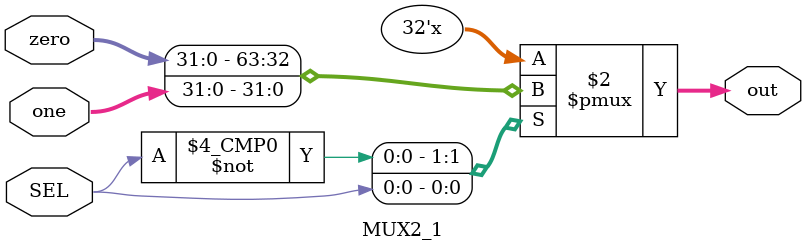
<source format=sv>
`timescale 1ns / 1ps

module MUX2_1  #(parameter WIDTH = 32)(
    input logic [WIDTH-1:0] zero,
    input logic [WIDTH-1:0] one,
    input logic SEL,
  
    output logic [WIDTH-1:0] out
    );
   
    always_comb
    begin 
        case(SEL)   
            0:
            begin
                out = zero;
            end
            1:
            begin
                out = one;
            end
        endcase
    end 
endmodule


</source>
